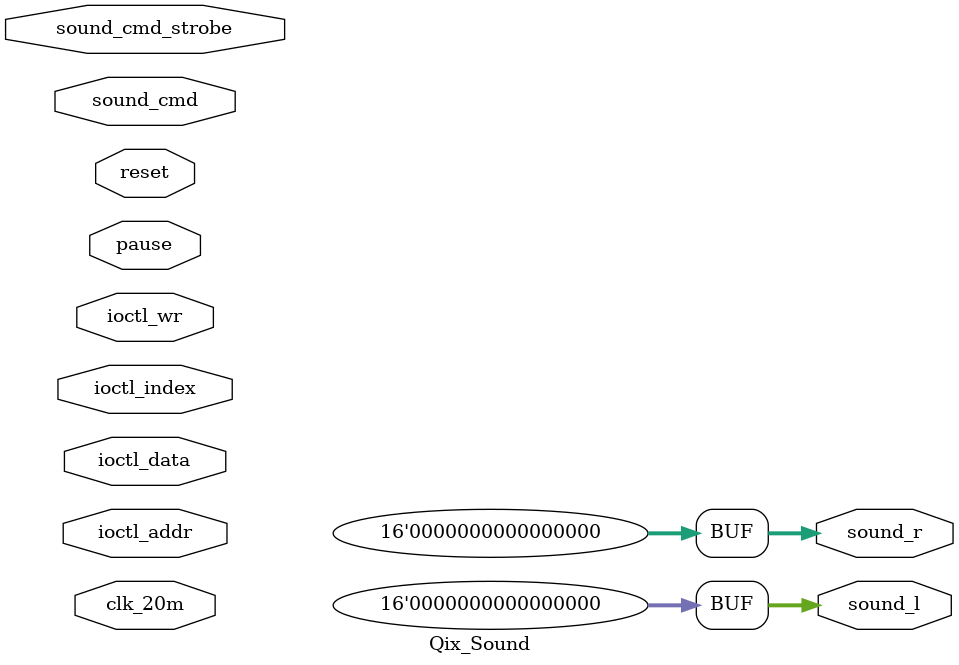
<source format=sv>

module Qix_Sound
(
	input         reset,
	input         clk_20m,

	// Sound command from Data CPU (via PIA)
	input   [7:0] sound_cmd,
	input         sound_cmd_strobe,

	// ROM loader
	input  [24:0] ioctl_addr,
	input         ioctl_wr,
	input   [7:0] ioctl_data,
	input   [7:0] ioctl_index,

	// Pause
	input         pause,

	// Audio outputs (signed 16-bit stereo)
	output signed [15:0] sound_l,
	output signed [15:0] sound_r
);

// --- Stub outputs ---
assign sound_l = 16'h0000;
assign sound_r = 16'h0000;

// --- TODO: Instantiate m6802, PIA6821 x3, DAC, volume logic ---

endmodule

</source>
